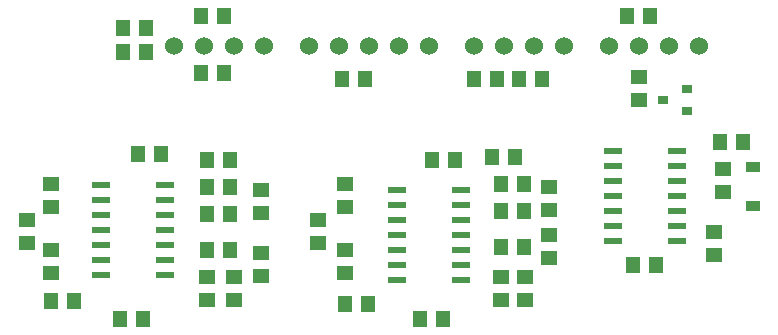
<source format=gbr>
G04 #@! TF.GenerationSoftware,KiCad,Pcbnew,(5.0.0-rc2-39-ga12b9db58)*
G04 #@! TF.CreationDate,2018-05-30T03:55:21-03:00*
G04 #@! TF.ProjectId,Signal,5369676E616C2E6B696361645F706362,rev?*
G04 #@! TF.SameCoordinates,Original*
G04 #@! TF.FileFunction,Soldermask,Bot*
G04 #@! TF.FilePolarity,Negative*
%FSLAX46Y46*%
G04 Gerber Fmt 4.6, Leading zero omitted, Abs format (unit mm)*
G04 Created by KiCad (PCBNEW (5.0.0-rc2-39-ga12b9db58)) date Wed May 30 03:55:21 2018*
%MOMM*%
%LPD*%
G01*
G04 APERTURE LIST*
%ADD10R,0.900000X0.800000*%
%ADD11C,1.524000*%
%ADD12R,1.295000X1.400000*%
%ADD13R,1.400000X1.295000*%
%ADD14R,1.200000X0.900000*%
%ADD15R,1.500000X0.600000*%
G04 APERTURE END LIST*
D10*
G04 #@! TO.C,Q1*
X73136000Y-23942000D03*
X73136000Y-25842000D03*
X71136000Y-24892000D03*
G04 #@! TD*
D11*
G04 #@! TO.C,U1*
X71628000Y-20320000D03*
X69088000Y-20320000D03*
X66548000Y-20320000D03*
X62738000Y-20320000D03*
X60198000Y-20320000D03*
X57658000Y-20320000D03*
X55118000Y-20320000D03*
X51308000Y-20320000D03*
X48768000Y-20320000D03*
X46228000Y-20320000D03*
X43688000Y-20320000D03*
X41148000Y-20320000D03*
X37338000Y-20320000D03*
X34798000Y-20320000D03*
X32258000Y-20320000D03*
X29718000Y-20320000D03*
X74168000Y-20320000D03*
G04 #@! TD*
D12*
G04 #@! TO.C,R18*
X46179500Y-42164000D03*
X44244500Y-42164000D03*
G04 #@! TD*
G04 #@! TO.C,C14*
X32560500Y-34544000D03*
X34495500Y-34544000D03*
G04 #@! TD*
D13*
G04 #@! TO.C,C13*
X37084000Y-37894500D03*
X37084000Y-39829500D03*
G04 #@! TD*
D12*
G04 #@! TO.C,C12*
X32560500Y-29972000D03*
X34495500Y-29972000D03*
G04 #@! TD*
G04 #@! TO.C,C11*
X28653500Y-29464000D03*
X26718500Y-29464000D03*
G04 #@! TD*
D13*
G04 #@! TO.C,C1*
X76200000Y-32717500D03*
X76200000Y-30782500D03*
G04 #@! TD*
D12*
G04 #@! TO.C,C2*
X68628500Y-38862000D03*
X70563500Y-38862000D03*
G04 #@! TD*
G04 #@! TO.C,C7*
X51610500Y-29972000D03*
X53545500Y-29972000D03*
G04 #@! TD*
G04 #@! TO.C,C8*
X58625500Y-29718000D03*
X56690500Y-29718000D03*
G04 #@! TD*
D13*
G04 #@! TO.C,C9*
X61516500Y-36370500D03*
X61516500Y-38305500D03*
G04 #@! TD*
D12*
G04 #@! TO.C,C10*
X59387500Y-34290000D03*
X57452500Y-34290000D03*
G04 #@! TD*
D14*
G04 #@! TO.C,D1*
X78740000Y-30608000D03*
X78740000Y-33908000D03*
G04 #@! TD*
D13*
G04 #@! TO.C,R16*
X41910000Y-37035500D03*
X41910000Y-35100500D03*
G04 #@! TD*
G04 #@! TO.C,100k7*
X59436000Y-41861500D03*
X59436000Y-39926500D03*
G04 #@! TD*
G04 #@! TO.C,R12*
X44196000Y-33987500D03*
X44196000Y-32052500D03*
G04 #@! TD*
G04 #@! TO.C,R1*
X75438000Y-36116500D03*
X75438000Y-38051500D03*
G04 #@! TD*
D12*
G04 #@! TO.C,R2*
X68120500Y-17780000D03*
X70055500Y-17780000D03*
G04 #@! TD*
G04 #@! TO.C,R3*
X75994500Y-28448000D03*
X77929500Y-28448000D03*
G04 #@! TD*
D13*
G04 #@! TO.C,R4*
X69088000Y-24892000D03*
X69088000Y-22957000D03*
G04 #@! TD*
D12*
G04 #@! TO.C,R10*
X50594500Y-43434000D03*
X52529500Y-43434000D03*
G04 #@! TD*
D13*
G04 #@! TO.C,R11*
X57404000Y-41861500D03*
X57404000Y-39926500D03*
G04 #@! TD*
D12*
G04 #@! TO.C,R_shunt1*
X45925500Y-23114000D03*
X43990500Y-23114000D03*
G04 #@! TD*
G04 #@! TO.C,R28*
X19352500Y-41910000D03*
X21287500Y-41910000D03*
G04 #@! TD*
D13*
G04 #@! TO.C,R27*
X19304000Y-39575500D03*
X19304000Y-37640500D03*
G04 #@! TD*
G04 #@! TO.C,100k8*
X61468000Y-32306500D03*
X61468000Y-34241500D03*
G04 #@! TD*
D12*
G04 #@! TO.C,R25*
X32560500Y-32258000D03*
X34495500Y-32258000D03*
G04 #@! TD*
D13*
G04 #@! TO.C,R24*
X37084000Y-34495500D03*
X37084000Y-32560500D03*
G04 #@! TD*
G04 #@! TO.C,R23*
X34798000Y-39926500D03*
X34798000Y-41861500D03*
G04 #@! TD*
G04 #@! TO.C,R22*
X19304000Y-33987500D03*
X19304000Y-32052500D03*
G04 #@! TD*
G04 #@! TO.C,R21*
X32512000Y-41861500D03*
X32512000Y-39926500D03*
G04 #@! TD*
D12*
G04 #@! TO.C,R20*
X25194500Y-43434000D03*
X27129500Y-43434000D03*
G04 #@! TD*
G04 #@! TO.C,R19*
X57452500Y-37338000D03*
X59387500Y-37338000D03*
G04 #@! TD*
D13*
G04 #@! TO.C,R17*
X44196000Y-37640500D03*
X44196000Y-39575500D03*
G04 #@! TD*
G04 #@! TO.C,R26*
X17272000Y-37035500D03*
X17272000Y-35100500D03*
G04 #@! TD*
D12*
G04 #@! TO.C,100k9*
X59387500Y-32004000D03*
X57452500Y-32004000D03*
G04 #@! TD*
G04 #@! TO.C,R29*
X34495500Y-37592000D03*
X32560500Y-37592000D03*
G04 #@! TD*
G04 #@! TO.C,R35*
X25448500Y-20828000D03*
X27383500Y-20828000D03*
G04 #@! TD*
D15*
G04 #@! TO.C,U3*
X48608000Y-40132000D03*
X48608000Y-38862000D03*
X48608000Y-37592000D03*
X48608000Y-36322000D03*
X48608000Y-35052000D03*
X48608000Y-33782000D03*
X48608000Y-32512000D03*
X54008000Y-32512000D03*
X54008000Y-33782000D03*
X54008000Y-35052000D03*
X54008000Y-36322000D03*
X54008000Y-37592000D03*
X54008000Y-38862000D03*
X54008000Y-40132000D03*
G04 #@! TD*
D12*
G04 #@! TO.C,R31*
X32052500Y-17780000D03*
X33987500Y-17780000D03*
G04 #@! TD*
G04 #@! TO.C,R30*
X25448500Y-18796000D03*
X27383500Y-18796000D03*
G04 #@! TD*
G04 #@! TO.C,R33*
X58976500Y-23114000D03*
X60911500Y-23114000D03*
G04 #@! TD*
G04 #@! TO.C,R32*
X33987500Y-22606000D03*
X32052500Y-22606000D03*
G04 #@! TD*
G04 #@! TO.C,R34*
X55166500Y-23114000D03*
X57101500Y-23114000D03*
G04 #@! TD*
D15*
G04 #@! TO.C,U4*
X28989000Y-39751000D03*
X28989000Y-38481000D03*
X28989000Y-37211000D03*
X28989000Y-35941000D03*
X28989000Y-34671000D03*
X28989000Y-33401000D03*
X28989000Y-32131000D03*
X23589000Y-32131000D03*
X23589000Y-33401000D03*
X23589000Y-34671000D03*
X23589000Y-35941000D03*
X23589000Y-37211000D03*
X23589000Y-38481000D03*
X23589000Y-39751000D03*
G04 #@! TD*
G04 #@! TO.C,U2*
X66896000Y-36830000D03*
X66896000Y-35560000D03*
X66896000Y-34290000D03*
X66896000Y-33020000D03*
X66896000Y-31750000D03*
X66896000Y-30480000D03*
X66896000Y-29210000D03*
X72296000Y-29210000D03*
X72296000Y-30480000D03*
X72296000Y-31750000D03*
X72296000Y-33020000D03*
X72296000Y-34290000D03*
X72296000Y-35560000D03*
X72296000Y-36830000D03*
G04 #@! TD*
M02*

</source>
